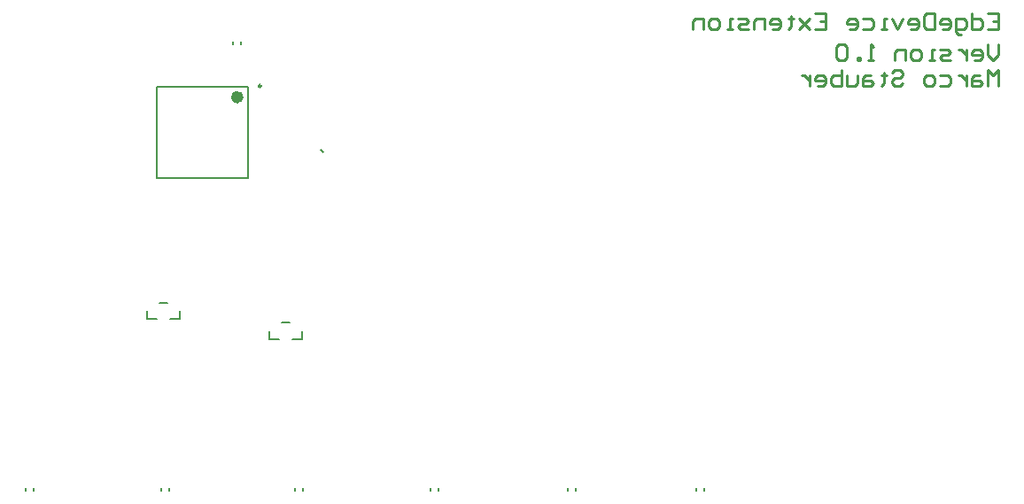
<source format=gbr>
%TF.GenerationSoftware,Altium Limited,Altium NEXUS,2.1.9 (83)*%
G04 Layer_Color=32896*
%FSLAX44Y44*%
%MOMM*%
%TF.FileFunction,Legend,Bot*%
%TF.Part,Single*%
G01*
G75*
%TA.AperFunction,NonConductor*%
%ADD62C,0.2500*%
%ADD63C,0.2540*%
%ADD64C,0.6000*%
%ADD66C,0.2000*%
%ADD67C,0.1524*%
D62*
X640700Y683060D02*
G03*
X640700Y683060I-1250J0D01*
G01*
D63*
X1335027Y752330D02*
X1345184D01*
Y737094D01*
X1335027D01*
X1345184Y744712D02*
X1340106D01*
X1319792Y752330D02*
Y737094D01*
X1327410D01*
X1329949Y739634D01*
Y744712D01*
X1327410Y747251D01*
X1319792D01*
X1309635Y732016D02*
X1307096D01*
X1304557Y734555D01*
Y747251D01*
X1312175D01*
X1314714Y744712D01*
Y739634D01*
X1312175Y737094D01*
X1304557D01*
X1291861D02*
X1296940D01*
X1299479Y739634D01*
Y744712D01*
X1296940Y747251D01*
X1291861D01*
X1289322Y744712D01*
Y742173D01*
X1299479D01*
X1284244Y752330D02*
Y737094D01*
X1276626D01*
X1274087Y739634D01*
Y749790D01*
X1276626Y752330D01*
X1284244D01*
X1261391Y737094D02*
X1266469D01*
X1269009Y739634D01*
Y744712D01*
X1266469Y747251D01*
X1261391D01*
X1258852Y744712D01*
Y742173D01*
X1269009D01*
X1253774Y747251D02*
X1248695Y737094D01*
X1243617Y747251D01*
X1238539Y737094D02*
X1233460D01*
X1235999D01*
Y747251D01*
X1238539D01*
X1215686D02*
X1223303D01*
X1225843Y744712D01*
Y739634D01*
X1223303Y737094D01*
X1215686D01*
X1202990D02*
X1208068D01*
X1210608Y739634D01*
Y744712D01*
X1208068Y747251D01*
X1202990D01*
X1200451Y744712D01*
Y742173D01*
X1210608D01*
X1169981Y752330D02*
X1180137D01*
Y737094D01*
X1169981D01*
X1180137Y744712D02*
X1175059D01*
X1164902Y747251D02*
X1154746Y737094D01*
X1159824Y742173D01*
X1154746Y747251D01*
X1164902Y737094D01*
X1147128Y749790D02*
Y747251D01*
X1149667D01*
X1144589D01*
X1147128D01*
Y739634D01*
X1144589Y737094D01*
X1129354D02*
X1134432D01*
X1136971Y739634D01*
Y744712D01*
X1134432Y747251D01*
X1129354D01*
X1126815Y744712D01*
Y742173D01*
X1136971D01*
X1121736Y737094D02*
Y747251D01*
X1114119D01*
X1111580Y744712D01*
Y737094D01*
X1106501D02*
X1098884D01*
X1096345Y739634D01*
X1098884Y742173D01*
X1103962D01*
X1106501Y744712D01*
X1103962Y747251D01*
X1096345D01*
X1091266Y737094D02*
X1086188D01*
X1088727D01*
Y747251D01*
X1091266D01*
X1076031Y737094D02*
X1070953D01*
X1068413Y739634D01*
Y744712D01*
X1070953Y747251D01*
X1076031D01*
X1078570Y744712D01*
Y739634D01*
X1076031Y737094D01*
X1063335D02*
Y747251D01*
X1055718D01*
X1053178Y744712D01*
Y737094D01*
X1345184Y722873D02*
Y712716D01*
X1340106Y707638D01*
X1335027Y712716D01*
Y722873D01*
X1322331Y707638D02*
X1327410D01*
X1329949Y710177D01*
Y715256D01*
X1327410Y717795D01*
X1322331D01*
X1319792Y715256D01*
Y712716D01*
X1329949D01*
X1314714Y717795D02*
Y707638D01*
Y712716D01*
X1312175Y715256D01*
X1309635Y717795D01*
X1307096D01*
X1299479Y707638D02*
X1291861D01*
X1289322Y710177D01*
X1291861Y712716D01*
X1296940D01*
X1299479Y715256D01*
X1296940Y717795D01*
X1289322D01*
X1284244Y707638D02*
X1279165D01*
X1281705D01*
Y717795D01*
X1284244D01*
X1269009Y707638D02*
X1263930D01*
X1261391Y710177D01*
Y715256D01*
X1263930Y717795D01*
X1269009D01*
X1271548Y715256D01*
Y710177D01*
X1269009Y707638D01*
X1256313D02*
Y717795D01*
X1248695D01*
X1246156Y715256D01*
Y707638D01*
X1225843D02*
X1220764D01*
X1223303D01*
Y722873D01*
X1225843Y720334D01*
X1213147Y707638D02*
Y710177D01*
X1210608D01*
Y707638D01*
X1213147D01*
X1200451Y720334D02*
X1197912Y722873D01*
X1192833D01*
X1190294Y720334D01*
Y710177D01*
X1192833Y707638D01*
X1197912D01*
X1200451Y710177D01*
Y720334D01*
X1345184Y683260D02*
Y698495D01*
X1340106Y693417D01*
X1335027Y698495D01*
Y683260D01*
X1327410Y693417D02*
X1322331D01*
X1319792Y690878D01*
Y683260D01*
X1327410D01*
X1329949Y685799D01*
X1327410Y688338D01*
X1319792D01*
X1314714Y693417D02*
Y683260D01*
Y688338D01*
X1312175Y690878D01*
X1309635Y693417D01*
X1307096D01*
X1289322D02*
X1296940D01*
X1299479Y690878D01*
Y685799D01*
X1296940Y683260D01*
X1289322D01*
X1281705D02*
X1276626D01*
X1274087Y685799D01*
Y690878D01*
X1276626Y693417D01*
X1281705D01*
X1284244Y690878D01*
Y685799D01*
X1281705Y683260D01*
X1243617Y695956D02*
X1246156Y698495D01*
X1251234D01*
X1253774Y695956D01*
Y693417D01*
X1251234Y690878D01*
X1246156D01*
X1243617Y688338D01*
Y685799D01*
X1246156Y683260D01*
X1251234D01*
X1253774Y685799D01*
X1235999Y695956D02*
Y693417D01*
X1238539D01*
X1233460D01*
X1235999D01*
Y685799D01*
X1233460Y683260D01*
X1223303Y693417D02*
X1218225D01*
X1215686Y690878D01*
Y683260D01*
X1223303D01*
X1225843Y685799D01*
X1223303Y688338D01*
X1215686D01*
X1210608Y693417D02*
Y685799D01*
X1208068Y683260D01*
X1200451D01*
Y693417D01*
X1195372Y698495D02*
Y683260D01*
X1187755D01*
X1185216Y685799D01*
Y688338D01*
Y690878D01*
X1187755Y693417D01*
X1195372D01*
X1172520Y683260D02*
X1177598D01*
X1180137Y685799D01*
Y690878D01*
X1177598Y693417D01*
X1172520D01*
X1169981Y690878D01*
Y688338D01*
X1180137D01*
X1164902Y693417D02*
Y683260D01*
Y688338D01*
X1162363Y690878D01*
X1159824Y693417D01*
X1157285D01*
D64*
X620700Y672310D02*
G03*
X620700Y672310I-3000J0D01*
G01*
D66*
X1064260Y295910D02*
Y298450D01*
X1056640Y295910D02*
Y298450D01*
X941578Y295910D02*
Y298450D01*
X933958Y295910D02*
Y298450D01*
X810006Y295910D02*
Y298450D01*
X802386Y295910D02*
Y298450D01*
X552704Y295910D02*
Y298450D01*
X545084Y295910D02*
Y298450D01*
X422910Y295910D02*
Y298450D01*
X415290Y295910D02*
Y298450D01*
X680720Y295910D02*
Y298450D01*
X673100Y295910D02*
Y298450D01*
X697230Y622300D02*
X699770Y619760D01*
X621030Y722630D02*
Y725170D01*
X613410Y722630D02*
Y725170D01*
X627700Y595310D02*
Y682310D01*
X540700Y595310D02*
Y682310D01*
X627700D01*
X540700Y595310D02*
X627700D01*
D67*
X648096Y441258D02*
Y448699D01*
X670243Y441258D02*
X679636D01*
Y448699D01*
X659993Y456798D02*
X667739D01*
X648096Y441258D02*
X657489D01*
X531600Y460352D02*
Y467793D01*
X553747Y460352D02*
X563140D01*
Y467793D01*
X543497Y475892D02*
X551243D01*
X531600Y460352D02*
X540993D01*
%TF.MD5,5d479f0c2354abbfc2cd3d506add1851*%
M02*

</source>
